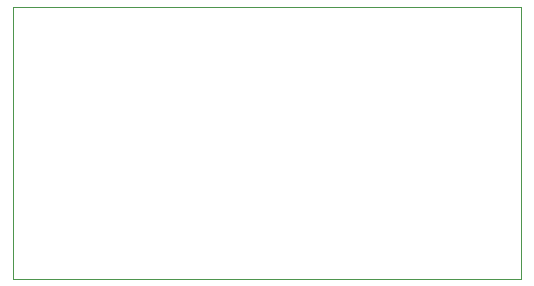
<source format=gbr>
%TF.GenerationSoftware,KiCad,Pcbnew,8.0.8*%
%TF.CreationDate,2025-02-16T12:35:09+01:00*%
%TF.ProjectId,step-down,73746570-2d64-46f7-976e-2e6b69636164,rev?*%
%TF.SameCoordinates,Original*%
%TF.FileFunction,Profile,NP*%
%FSLAX46Y46*%
G04 Gerber Fmt 4.6, Leading zero omitted, Abs format (unit mm)*
G04 Created by KiCad (PCBNEW 8.0.8) date 2025-02-16 12:35:09*
%MOMM*%
%LPD*%
G01*
G04 APERTURE LIST*
%TA.AperFunction,Profile*%
%ADD10C,0.050000*%
%TD*%
G04 APERTURE END LIST*
D10*
X123000000Y-89000000D02*
X166000000Y-89000000D01*
X166000000Y-112000000D01*
X123000000Y-112000000D01*
X123000000Y-89000000D01*
M02*

</source>
